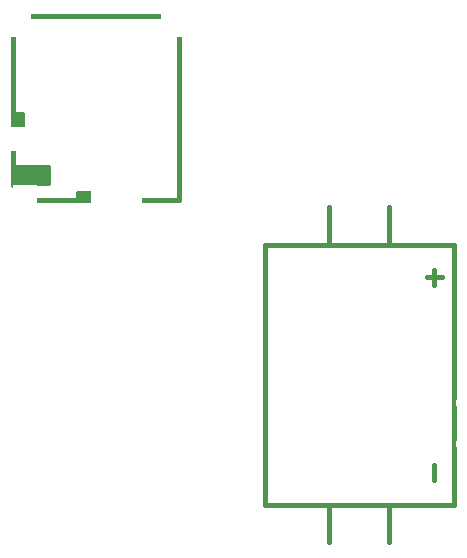
<source format=gbo>
G04 (created by PCBNEW-RS274X (2012-01-19 BZR 3256)-stable) date Mon 27 Feb 2012 04:05:37 GMT*
G01*
G70*
G90*
%MOIN*%
G04 Gerber Fmt 3.4, Leading zero omitted, Abs format*
%FSLAX34Y34*%
G04 APERTURE LIST*
%ADD10C,0.006000*%
%ADD11C,0.015000*%
%ADD12R,0.216900X0.067200*%
%ADD13C,0.098700*%
%ADD14C,0.067200*%
%ADD15C,0.106600*%
%ADD16R,0.051500X0.079100*%
%ADD17R,0.075100X0.086900*%
%ADD18R,0.079100X0.065300*%
%ADD19R,0.065300X0.079100*%
%ADD20R,0.180000X0.140000*%
G04 APERTURE END LIST*
G54D10*
G54D11*
X68700Y-42559D02*
X67559Y-42559D01*
X68700Y-42677D02*
X67559Y-42677D01*
X68700Y-42795D02*
X67559Y-42795D01*
X68700Y-42913D02*
X67559Y-42913D01*
X67559Y-43031D02*
X68700Y-43031D01*
X68700Y-43031D02*
X68700Y-42480D01*
X68700Y-42480D02*
X67559Y-42480D01*
X67755Y-40708D02*
X67755Y-41102D01*
X67677Y-41102D02*
X67677Y-40708D01*
X67677Y-40708D02*
X67834Y-40708D01*
X67834Y-40708D02*
X67834Y-41102D01*
X67834Y-41102D02*
X67677Y-41102D01*
X70118Y-43346D02*
X70118Y-43464D01*
X70118Y-43464D02*
X69724Y-43464D01*
X69724Y-43464D02*
X69724Y-43346D01*
X69724Y-43346D02*
X70118Y-43346D01*
X67559Y-41968D02*
X67559Y-43071D01*
X67559Y-38149D02*
X67559Y-41141D01*
X70157Y-43582D02*
X68346Y-43582D01*
X73070Y-38149D02*
X73070Y-43582D01*
X73070Y-43582D02*
X71850Y-43582D01*
X72480Y-37441D02*
X68149Y-37441D01*
X81844Y-46159D02*
X81344Y-46159D01*
X81594Y-45909D02*
X81594Y-46409D01*
X81594Y-52909D02*
X81594Y-52409D01*
X78094Y-54999D02*
X78094Y-53739D01*
X80094Y-54999D02*
X80094Y-53739D01*
X78094Y-43819D02*
X78094Y-45079D01*
X80094Y-43819D02*
X80094Y-45079D01*
X82244Y-45079D02*
X75944Y-45079D01*
X75944Y-45079D02*
X75944Y-53739D01*
X75944Y-53739D02*
X82244Y-53739D01*
X82244Y-53739D02*
X82244Y-45079D01*
%LPC*%
G54D12*
X66063Y-52618D03*
X66063Y-55886D03*
G54D13*
X75354Y-51890D03*
X75354Y-49921D03*
G54D14*
X66929Y-50567D03*
X66929Y-48645D03*
G54D15*
X77244Y-55118D03*
X75866Y-55118D03*
X82835Y-51732D03*
X82835Y-50354D03*
G54D16*
X68346Y-38858D03*
X68779Y-38858D03*
X69212Y-38858D03*
X69645Y-38858D03*
X70078Y-38858D03*
X70511Y-38858D03*
X70944Y-38858D03*
X71377Y-38858D03*
G54D17*
X67775Y-37716D03*
X72854Y-37716D03*
G54D18*
X71456Y-43415D03*
X70551Y-43415D03*
X67952Y-43415D03*
G54D19*
X67726Y-41555D03*
G54D20*
X79094Y-55179D03*
X79094Y-43639D03*
M02*

</source>
